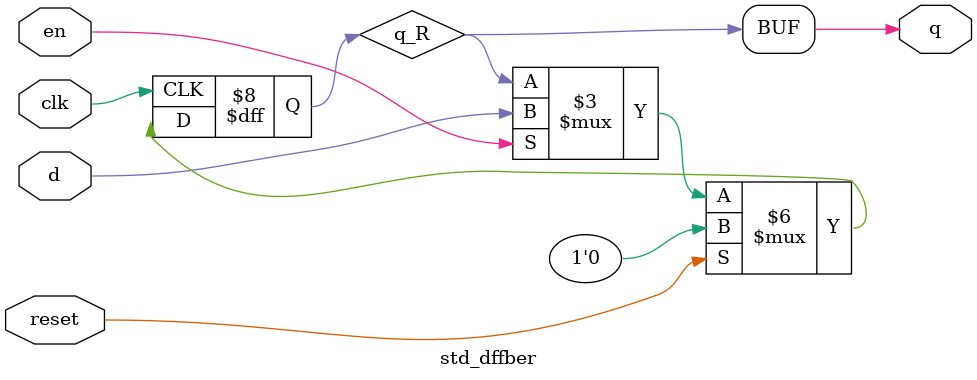
<source format=v>

module std_dffber #(
    parameter                       DFF_WIDTH           = 1,
    parameter [DFF_WIDTH - 1:0]     DFF_RESET_VALUE     = 'b0
) (
    input   wire                        clk,
    input   wire                        reset,
    input   wire [DFF_WIDTH - 1:0]      en,

    input   wire [DFF_WIDTH - 1:0]      d,
    output  wire [DFF_WIDTH - 1:0]      q
);
    
    reg  [DFF_WIDTH - 1:0]  q_R;

    genvar i;
    generate
        for (i = 0; i < DFF_WIDTH; i = i + 1) begin :GENERATED_SYNC_REG

            always @(posedge clk) begin
            
                if (reset) begin
                    q_R[i] <= DFF_RESET_VALUE[i];
                end
                else if (en[i]) begin
                    q_R[i] <= d[i];
                end
                else begin
                    q_R[i] <= q_R[i];
                end
            end
        end
    endgenerate

    assign q = q_R;

endmodule


</source>
